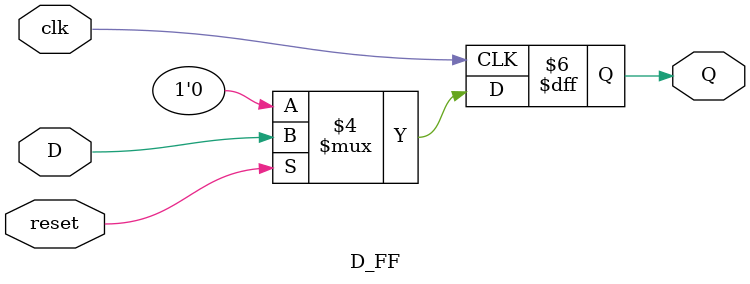
<source format=v>
module D_FF(
    input clk,
    input reset,
    input D,
    output reg Q
);

always @ (posedge clk)
begin 
    if(!reset)
        Q <= 1'b0;
    else
        Q <= D;
end
endmodule
</source>
